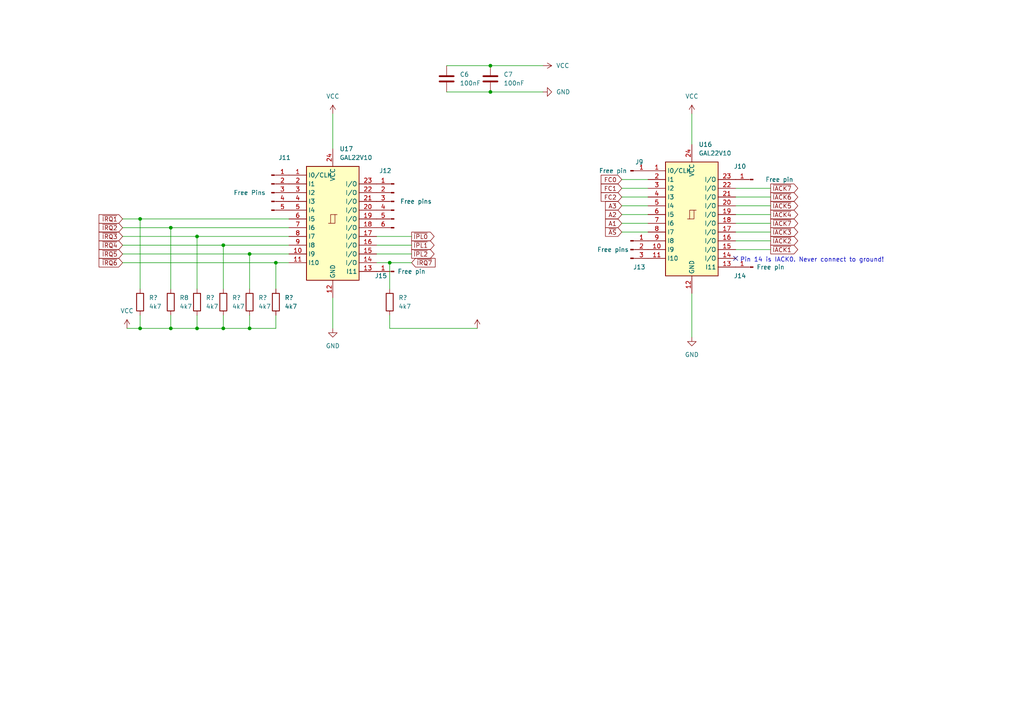
<source format=kicad_sch>
(kicad_sch (version 20230121) (generator eeschema)

  (uuid e7a1b4b0-e742-440c-b154-88470b03cc19)

  (paper "A4")

  (title_block
    (title "Mats Brorson 68010 SBC IACK and IRQ")
    (date "2023-12-28")
    (rev "1.0-alpha")
  )

  (lib_symbols
    (symbol "Connector:Conn_01x01_Pin" (pin_names (offset 1.016) hide) (in_bom yes) (on_board yes)
      (property "Reference" "J" (at 0 2.54 0)
        (effects (font (size 1.27 1.27)))
      )
      (property "Value" "Conn_01x01_Pin" (at 0 -2.54 0)
        (effects (font (size 1.27 1.27)))
      )
      (property "Footprint" "" (at 0 0 0)
        (effects (font (size 1.27 1.27)) hide)
      )
      (property "Datasheet" "~" (at 0 0 0)
        (effects (font (size 1.27 1.27)) hide)
      )
      (property "ki_locked" "" (at 0 0 0)
        (effects (font (size 1.27 1.27)))
      )
      (property "ki_keywords" "connector" (at 0 0 0)
        (effects (font (size 1.27 1.27)) hide)
      )
      (property "ki_description" "Generic connector, single row, 01x01, script generated" (at 0 0 0)
        (effects (font (size 1.27 1.27)) hide)
      )
      (property "ki_fp_filters" "Connector*:*_1x??_*" (at 0 0 0)
        (effects (font (size 1.27 1.27)) hide)
      )
      (symbol "Conn_01x01_Pin_1_1"
        (polyline
          (pts
            (xy 1.27 0)
            (xy 0.8636 0)
          )
          (stroke (width 0.1524) (type default))
          (fill (type none))
        )
        (rectangle (start 0.8636 0.127) (end 0 -0.127)
          (stroke (width 0.1524) (type default))
          (fill (type outline))
        )
        (pin passive line (at 5.08 0 180) (length 3.81)
          (name "Pin_1" (effects (font (size 1.27 1.27))))
          (number "1" (effects (font (size 1.27 1.27))))
        )
      )
    )
    (symbol "Connector:Conn_01x03_Pin" (pin_names (offset 1.016) hide) (in_bom yes) (on_board yes)
      (property "Reference" "J" (at 0 5.08 0)
        (effects (font (size 1.27 1.27)))
      )
      (property "Value" "Conn_01x03_Pin" (at 0 -5.08 0)
        (effects (font (size 1.27 1.27)))
      )
      (property "Footprint" "" (at 0 0 0)
        (effects (font (size 1.27 1.27)) hide)
      )
      (property "Datasheet" "~" (at 0 0 0)
        (effects (font (size 1.27 1.27)) hide)
      )
      (property "ki_locked" "" (at 0 0 0)
        (effects (font (size 1.27 1.27)))
      )
      (property "ki_keywords" "connector" (at 0 0 0)
        (effects (font (size 1.27 1.27)) hide)
      )
      (property "ki_description" "Generic connector, single row, 01x03, script generated" (at 0 0 0)
        (effects (font (size 1.27 1.27)) hide)
      )
      (property "ki_fp_filters" "Connector*:*_1x??_*" (at 0 0 0)
        (effects (font (size 1.27 1.27)) hide)
      )
      (symbol "Conn_01x03_Pin_1_1"
        (polyline
          (pts
            (xy 1.27 -2.54)
            (xy 0.8636 -2.54)
          )
          (stroke (width 0.1524) (type default))
          (fill (type none))
        )
        (polyline
          (pts
            (xy 1.27 0)
            (xy 0.8636 0)
          )
          (stroke (width 0.1524) (type default))
          (fill (type none))
        )
        (polyline
          (pts
            (xy 1.27 2.54)
            (xy 0.8636 2.54)
          )
          (stroke (width 0.1524) (type default))
          (fill (type none))
        )
        (rectangle (start 0.8636 -2.413) (end 0 -2.667)
          (stroke (width 0.1524) (type default))
          (fill (type outline))
        )
        (rectangle (start 0.8636 0.127) (end 0 -0.127)
          (stroke (width 0.1524) (type default))
          (fill (type outline))
        )
        (rectangle (start 0.8636 2.667) (end 0 2.413)
          (stroke (width 0.1524) (type default))
          (fill (type outline))
        )
        (pin passive line (at 5.08 2.54 180) (length 3.81)
          (name "Pin_1" (effects (font (size 1.27 1.27))))
          (number "1" (effects (font (size 1.27 1.27))))
        )
        (pin passive line (at 5.08 0 180) (length 3.81)
          (name "Pin_2" (effects (font (size 1.27 1.27))))
          (number "2" (effects (font (size 1.27 1.27))))
        )
        (pin passive line (at 5.08 -2.54 180) (length 3.81)
          (name "Pin_3" (effects (font (size 1.27 1.27))))
          (number "3" (effects (font (size 1.27 1.27))))
        )
      )
    )
    (symbol "Connector:Conn_01x05_Pin" (pin_names (offset 1.016) hide) (in_bom yes) (on_board yes)
      (property "Reference" "J" (at 0 7.62 0)
        (effects (font (size 1.27 1.27)))
      )
      (property "Value" "Conn_01x05_Pin" (at 0 -7.62 0)
        (effects (font (size 1.27 1.27)))
      )
      (property "Footprint" "" (at 0 0 0)
        (effects (font (size 1.27 1.27)) hide)
      )
      (property "Datasheet" "~" (at 0 0 0)
        (effects (font (size 1.27 1.27)) hide)
      )
      (property "ki_locked" "" (at 0 0 0)
        (effects (font (size 1.27 1.27)))
      )
      (property "ki_keywords" "connector" (at 0 0 0)
        (effects (font (size 1.27 1.27)) hide)
      )
      (property "ki_description" "Generic connector, single row, 01x05, script generated" (at 0 0 0)
        (effects (font (size 1.27 1.27)) hide)
      )
      (property "ki_fp_filters" "Connector*:*_1x??_*" (at 0 0 0)
        (effects (font (size 1.27 1.27)) hide)
      )
      (symbol "Conn_01x05_Pin_1_1"
        (polyline
          (pts
            (xy 1.27 -5.08)
            (xy 0.8636 -5.08)
          )
          (stroke (width 0.1524) (type default))
          (fill (type none))
        )
        (polyline
          (pts
            (xy 1.27 -2.54)
            (xy 0.8636 -2.54)
          )
          (stroke (width 0.1524) (type default))
          (fill (type none))
        )
        (polyline
          (pts
            (xy 1.27 0)
            (xy 0.8636 0)
          )
          (stroke (width 0.1524) (type default))
          (fill (type none))
        )
        (polyline
          (pts
            (xy 1.27 2.54)
            (xy 0.8636 2.54)
          )
          (stroke (width 0.1524) (type default))
          (fill (type none))
        )
        (polyline
          (pts
            (xy 1.27 5.08)
            (xy 0.8636 5.08)
          )
          (stroke (width 0.1524) (type default))
          (fill (type none))
        )
        (rectangle (start 0.8636 -4.953) (end 0 -5.207)
          (stroke (width 0.1524) (type default))
          (fill (type outline))
        )
        (rectangle (start 0.8636 -2.413) (end 0 -2.667)
          (stroke (width 0.1524) (type default))
          (fill (type outline))
        )
        (rectangle (start 0.8636 0.127) (end 0 -0.127)
          (stroke (width 0.1524) (type default))
          (fill (type outline))
        )
        (rectangle (start 0.8636 2.667) (end 0 2.413)
          (stroke (width 0.1524) (type default))
          (fill (type outline))
        )
        (rectangle (start 0.8636 5.207) (end 0 4.953)
          (stroke (width 0.1524) (type default))
          (fill (type outline))
        )
        (pin passive line (at 5.08 5.08 180) (length 3.81)
          (name "Pin_1" (effects (font (size 1.27 1.27))))
          (number "1" (effects (font (size 1.27 1.27))))
        )
        (pin passive line (at 5.08 2.54 180) (length 3.81)
          (name "Pin_2" (effects (font (size 1.27 1.27))))
          (number "2" (effects (font (size 1.27 1.27))))
        )
        (pin passive line (at 5.08 0 180) (length 3.81)
          (name "Pin_3" (effects (font (size 1.27 1.27))))
          (number "3" (effects (font (size 1.27 1.27))))
        )
        (pin passive line (at 5.08 -2.54 180) (length 3.81)
          (name "Pin_4" (effects (font (size 1.27 1.27))))
          (number "4" (effects (font (size 1.27 1.27))))
        )
        (pin passive line (at 5.08 -5.08 180) (length 3.81)
          (name "Pin_5" (effects (font (size 1.27 1.27))))
          (number "5" (effects (font (size 1.27 1.27))))
        )
      )
    )
    (symbol "Connector:Conn_01x06_Pin" (pin_names (offset 1.016) hide) (in_bom yes) (on_board yes)
      (property "Reference" "J" (at 0 7.62 0)
        (effects (font (size 1.27 1.27)))
      )
      (property "Value" "Conn_01x06_Pin" (at 0 -10.16 0)
        (effects (font (size 1.27 1.27)))
      )
      (property "Footprint" "" (at 0 0 0)
        (effects (font (size 1.27 1.27)) hide)
      )
      (property "Datasheet" "~" (at 0 0 0)
        (effects (font (size 1.27 1.27)) hide)
      )
      (property "ki_locked" "" (at 0 0 0)
        (effects (font (size 1.27 1.27)))
      )
      (property "ki_keywords" "connector" (at 0 0 0)
        (effects (font (size 1.27 1.27)) hide)
      )
      (property "ki_description" "Generic connector, single row, 01x06, script generated" (at 0 0 0)
        (effects (font (size 1.27 1.27)) hide)
      )
      (property "ki_fp_filters" "Connector*:*_1x??_*" (at 0 0 0)
        (effects (font (size 1.27 1.27)) hide)
      )
      (symbol "Conn_01x06_Pin_1_1"
        (polyline
          (pts
            (xy 1.27 -7.62)
            (xy 0.8636 -7.62)
          )
          (stroke (width 0.1524) (type default))
          (fill (type none))
        )
        (polyline
          (pts
            (xy 1.27 -5.08)
            (xy 0.8636 -5.08)
          )
          (stroke (width 0.1524) (type default))
          (fill (type none))
        )
        (polyline
          (pts
            (xy 1.27 -2.54)
            (xy 0.8636 -2.54)
          )
          (stroke (width 0.1524) (type default))
          (fill (type none))
        )
        (polyline
          (pts
            (xy 1.27 0)
            (xy 0.8636 0)
          )
          (stroke (width 0.1524) (type default))
          (fill (type none))
        )
        (polyline
          (pts
            (xy 1.27 2.54)
            (xy 0.8636 2.54)
          )
          (stroke (width 0.1524) (type default))
          (fill (type none))
        )
        (polyline
          (pts
            (xy 1.27 5.08)
            (xy 0.8636 5.08)
          )
          (stroke (width 0.1524) (type default))
          (fill (type none))
        )
        (rectangle (start 0.8636 -7.493) (end 0 -7.747)
          (stroke (width 0.1524) (type default))
          (fill (type outline))
        )
        (rectangle (start 0.8636 -4.953) (end 0 -5.207)
          (stroke (width 0.1524) (type default))
          (fill (type outline))
        )
        (rectangle (start 0.8636 -2.413) (end 0 -2.667)
          (stroke (width 0.1524) (type default))
          (fill (type outline))
        )
        (rectangle (start 0.8636 0.127) (end 0 -0.127)
          (stroke (width 0.1524) (type default))
          (fill (type outline))
        )
        (rectangle (start 0.8636 2.667) (end 0 2.413)
          (stroke (width 0.1524) (type default))
          (fill (type outline))
        )
        (rectangle (start 0.8636 5.207) (end 0 4.953)
          (stroke (width 0.1524) (type default))
          (fill (type outline))
        )
        (pin passive line (at 5.08 5.08 180) (length 3.81)
          (name "Pin_1" (effects (font (size 1.27 1.27))))
          (number "1" (effects (font (size 1.27 1.27))))
        )
        (pin passive line (at 5.08 2.54 180) (length 3.81)
          (name "Pin_2" (effects (font (size 1.27 1.27))))
          (number "2" (effects (font (size 1.27 1.27))))
        )
        (pin passive line (at 5.08 0 180) (length 3.81)
          (name "Pin_3" (effects (font (size 1.27 1.27))))
          (number "3" (effects (font (size 1.27 1.27))))
        )
        (pin passive line (at 5.08 -2.54 180) (length 3.81)
          (name "Pin_4" (effects (font (size 1.27 1.27))))
          (number "4" (effects (font (size 1.27 1.27))))
        )
        (pin passive line (at 5.08 -5.08 180) (length 3.81)
          (name "Pin_5" (effects (font (size 1.27 1.27))))
          (number "5" (effects (font (size 1.27 1.27))))
        )
        (pin passive line (at 5.08 -7.62 180) (length 3.81)
          (name "Pin_6" (effects (font (size 1.27 1.27))))
          (number "6" (effects (font (size 1.27 1.27))))
        )
      )
    )
    (symbol "Device:C" (pin_numbers hide) (pin_names (offset 0.254)) (in_bom yes) (on_board yes)
      (property "Reference" "C" (at 0.635 2.54 0)
        (effects (font (size 1.27 1.27)) (justify left))
      )
      (property "Value" "C" (at 0.635 -2.54 0)
        (effects (font (size 1.27 1.27)) (justify left))
      )
      (property "Footprint" "" (at 0.9652 -3.81 0)
        (effects (font (size 1.27 1.27)) hide)
      )
      (property "Datasheet" "~" (at 0 0 0)
        (effects (font (size 1.27 1.27)) hide)
      )
      (property "ki_keywords" "cap capacitor" (at 0 0 0)
        (effects (font (size 1.27 1.27)) hide)
      )
      (property "ki_description" "Unpolarized capacitor" (at 0 0 0)
        (effects (font (size 1.27 1.27)) hide)
      )
      (property "ki_fp_filters" "C_*" (at 0 0 0)
        (effects (font (size 1.27 1.27)) hide)
      )
      (symbol "C_0_1"
        (polyline
          (pts
            (xy -2.032 -0.762)
            (xy 2.032 -0.762)
          )
          (stroke (width 0.508) (type default))
          (fill (type none))
        )
        (polyline
          (pts
            (xy -2.032 0.762)
            (xy 2.032 0.762)
          )
          (stroke (width 0.508) (type default))
          (fill (type none))
        )
      )
      (symbol "C_1_1"
        (pin passive line (at 0 3.81 270) (length 2.794)
          (name "~" (effects (font (size 1.27 1.27))))
          (number "1" (effects (font (size 1.27 1.27))))
        )
        (pin passive line (at 0 -3.81 90) (length 2.794)
          (name "~" (effects (font (size 1.27 1.27))))
          (number "2" (effects (font (size 1.27 1.27))))
        )
      )
    )
    (symbol "Device:R" (pin_numbers hide) (pin_names (offset 0)) (in_bom yes) (on_board yes)
      (property "Reference" "R" (at 2.032 0 90)
        (effects (font (size 1.27 1.27)))
      )
      (property "Value" "R" (at 0 0 90)
        (effects (font (size 1.27 1.27)))
      )
      (property "Footprint" "" (at -1.778 0 90)
        (effects (font (size 1.27 1.27)) hide)
      )
      (property "Datasheet" "~" (at 0 0 0)
        (effects (font (size 1.27 1.27)) hide)
      )
      (property "ki_keywords" "R res resistor" (at 0 0 0)
        (effects (font (size 1.27 1.27)) hide)
      )
      (property "ki_description" "Resistor" (at 0 0 0)
        (effects (font (size 1.27 1.27)) hide)
      )
      (property "ki_fp_filters" "R_*" (at 0 0 0)
        (effects (font (size 1.27 1.27)) hide)
      )
      (symbol "R_0_1"
        (rectangle (start -1.016 -2.54) (end 1.016 2.54)
          (stroke (width 0.254) (type default))
          (fill (type none))
        )
      )
      (symbol "R_1_1"
        (pin passive line (at 0 3.81 270) (length 1.27)
          (name "~" (effects (font (size 1.27 1.27))))
          (number "1" (effects (font (size 1.27 1.27))))
        )
        (pin passive line (at 0 -3.81 90) (length 1.27)
          (name "~" (effects (font (size 1.27 1.27))))
          (number "2" (effects (font (size 1.27 1.27))))
        )
      )
    )
    (symbol "GAL22V10_1" (in_bom yes) (on_board yes)
      (property "Reference" "U" (at -27.94 0 0)
        (effects (font (size 1.27 1.27)))
      )
      (property "Value" "GAL22V10" (at 0 0 0)
        (effects (font (size 1.27 1.27)))
      )
      (property "Footprint" "" (at -27.94 -2.54 0)
        (effects (font (size 1.27 1.27)) hide)
      )
      (property "Datasheet" "" (at -27.94 -2.54 0)
        (effects (font (size 1.27 1.27)) hide)
      )
      (symbol "GAL22V10_1_1_0"
        (polyline
          (pts
            (xy -0.635 -1.27)
            (xy -0.635 1.27)
            (xy 0.635 1.27)
          )
          (stroke (width 0) (type default))
          (fill (type none))
        )
        (polyline
          (pts
            (xy -1.27 -1.27)
            (xy 0.635 -1.27)
            (xy 0.635 1.27)
            (xy 1.27 1.27)
          )
          (stroke (width 0) (type default))
          (fill (type none))
        )
        (pin input line (at -12.7 12.7 0) (length 5.08)
          (name "I0/CLK" (effects (font (size 1.27 1.27))))
          (number "1" (effects (font (size 1.27 1.27))))
        )
        (pin input line (at -12.7 -10.16 0) (length 5.08)
          (name "I9" (effects (font (size 1.27 1.27))))
          (number "10" (effects (font (size 1.27 1.27))))
        )
        (pin input line (at -12.7 -12.7 0) (length 5.08)
          (name "I10" (effects (font (size 1.27 1.27))))
          (number "11" (effects (font (size 1.27 1.27))))
        )
        (pin power_in line (at 0 -22.86 90) (length 5.08)
          (name "GND" (effects (font (size 1.27 1.27))))
          (number "12" (effects (font (size 1.27 1.27))))
        )
        (pin input line (at 12.7 -15.24 180) (length 5.08)
          (name "I11" (effects (font (size 1.27 1.27))))
          (number "13" (effects (font (size 1.27 1.27))))
        )
        (pin bidirectional line (at 12.7 -12.7 180) (length 5.08)
          (name "I/O" (effects (font (size 1.27 1.27))))
          (number "14" (effects (font (size 1.27 1.27))))
        )
        (pin bidirectional line (at 12.7 -10.16 180) (length 5.08)
          (name "I/O" (effects (font (size 1.27 1.27))))
          (number "15" (effects (font (size 1.27 1.27))))
        )
        (pin bidirectional line (at 12.7 -7.62 180) (length 5.08)
          (name "I/O" (effects (font (size 1.27 1.27))))
          (number "16" (effects (font (size 1.27 1.27))))
        )
        (pin bidirectional line (at 12.7 -5.08 180) (length 5.08)
          (name "I/O" (effects (font (size 1.27 1.27))))
          (number "17" (effects (font (size 1.27 1.27))))
        )
        (pin bidirectional line (at 12.7 -2.54 180) (length 5.08)
          (name "I/O" (effects (font (size 1.27 1.27))))
          (number "18" (effects (font (size 1.27 1.27))))
        )
        (pin bidirectional line (at 12.7 0 180) (length 5.08)
          (name "I/O" (effects (font (size 1.27 1.27))))
          (number "19" (effects (font (size 1.27 1.27))))
        )
        (pin input line (at -12.7 10.16 0) (length 5.08)
          (name "I1" (effects (font (size 1.27 1.27))))
          (number "2" (effects (font (size 1.27 1.27))))
        )
        (pin bidirectional line (at 12.7 2.54 180) (length 5.08)
          (name "I/O" (effects (font (size 1.27 1.27))))
          (number "20" (effects (font (size 1.27 1.27))))
        )
        (pin bidirectional line (at 12.7 5.08 180) (length 5.08)
          (name "I/O" (effects (font (size 1.27 1.27))))
          (number "21" (effects (font (size 1.27 1.27))))
        )
        (pin bidirectional line (at 12.7 7.62 180) (length 5.08)
          (name "I/O" (effects (font (size 1.27 1.27))))
          (number "22" (effects (font (size 1.27 1.27))))
        )
        (pin bidirectional line (at 12.7 10.16 180) (length 5.08)
          (name "I/O" (effects (font (size 1.27 1.27))))
          (number "23" (effects (font (size 1.27 1.27))))
        )
        (pin power_in line (at 0 20.32 270) (length 5.08)
          (name "VCC" (effects (font (size 1.27 1.27))))
          (number "24" (effects (font (size 1.27 1.27))))
        )
        (pin input line (at -12.7 7.62 0) (length 5.08)
          (name "I2" (effects (font (size 1.27 1.27))))
          (number "3" (effects (font (size 1.27 1.27))))
        )
        (pin input line (at -12.7 5.08 0) (length 5.08)
          (name "I3" (effects (font (size 1.27 1.27))))
          (number "4" (effects (font (size 1.27 1.27))))
        )
        (pin input line (at -12.7 2.54 0) (length 5.08)
          (name "I4" (effects (font (size 1.27 1.27))))
          (number "5" (effects (font (size 1.27 1.27))))
        )
        (pin input line (at -12.7 0 0) (length 5.08)
          (name "I5" (effects (font (size 1.27 1.27))))
          (number "6" (effects (font (size 1.27 1.27))))
        )
        (pin input line (at -12.7 -2.54 0) (length 5.08)
          (name "I6" (effects (font (size 1.27 1.27))))
          (number "7" (effects (font (size 1.27 1.27))))
        )
        (pin input line (at -12.7 -5.08 0) (length 5.08)
          (name "I7" (effects (font (size 1.27 1.27))))
          (number "8" (effects (font (size 1.27 1.27))))
        )
        (pin input line (at -12.7 -7.62 0) (length 5.08)
          (name "I8" (effects (font (size 1.27 1.27))))
          (number "9" (effects (font (size 1.27 1.27))))
        )
      )
      (symbol "GAL22V10_1_1_1"
        (rectangle (start -7.62 15.24) (end 7.62 -17.78)
          (stroke (width 0.254) (type default))
          (fill (type background))
        )
      )
    )
    (symbol "Lattice_GAL_sym:GAL22V10" (in_bom yes) (on_board yes)
      (property "Reference" "U" (at -27.94 0 0)
        (effects (font (size 1.27 1.27)))
      )
      (property "Value" "GAL22V10" (at 0 0 0)
        (effects (font (size 1.27 1.27)))
      )
      (property "Footprint" "" (at -27.94 -2.54 0)
        (effects (font (size 1.27 1.27)) hide)
      )
      (property "Datasheet" "" (at -27.94 -2.54 0)
        (effects (font (size 1.27 1.27)) hide)
      )
      (symbol "GAL22V10_1_0"
        (polyline
          (pts
            (xy -0.635 -1.27)
            (xy -0.635 1.27)
            (xy 0.635 1.27)
          )
          (stroke (width 0) (type default))
          (fill (type none))
        )
        (polyline
          (pts
            (xy -1.27 -1.27)
            (xy 0.635 -1.27)
            (xy 0.635 1.27)
            (xy 1.27 1.27)
          )
          (stroke (width 0) (type default))
          (fill (type none))
        )
        (pin input line (at -12.7 12.7 0) (length 5.08)
          (name "I0/CLK" (effects (font (size 1.27 1.27))))
          (number "1" (effects (font (size 1.27 1.27))))
        )
        (pin input line (at -12.7 -10.16 0) (length 5.08)
          (name "I9" (effects (font (size 1.27 1.27))))
          (number "10" (effects (font (size 1.27 1.27))))
        )
        (pin input line (at -12.7 -12.7 0) (length 5.08)
          (name "I10" (effects (font (size 1.27 1.27))))
          (number "11" (effects (font (size 1.27 1.27))))
        )
        (pin power_in line (at 0 -22.86 90) (length 5.08)
          (name "GND" (effects (font (size 1.27 1.27))))
          (number "12" (effects (font (size 1.27 1.27))))
        )
        (pin input line (at 12.7 -15.24 180) (length 5.08)
          (name "I11" (effects (font (size 1.27 1.27))))
          (number "13" (effects (font (size 1.27 1.27))))
        )
        (pin bidirectional line (at 12.7 -12.7 180) (length 5.08)
          (name "I/O" (effects (font (size 1.27 1.27))))
          (number "14" (effects (font (size 1.27 1.27))))
        )
        (pin bidirectional line (at 12.7 -10.16 180) (length 5.08)
          (name "I/O" (effects (font (size 1.27 1.27))))
          (number "15" (effects (font (size 1.27 1.27))))
        )
        (pin bidirectional line (at 12.7 -7.62 180) (length 5.08)
          (name "I/O" (effects (font (size 1.27 1.27))))
          (number "16" (effects (font (size 1.27 1.27))))
        )
        (pin bidirectional line (at 12.7 -5.08 180) (length 5.08)
          (name "I/O" (effects (font (size 1.27 1.27))))
          (number "17" (effects (font (size 1.27 1.27))))
        )
        (pin bidirectional line (at 12.7 -2.54 180) (length 5.08)
          (name "I/O" (effects (font (size 1.27 1.27))))
          (number "18" (effects (font (size 1.27 1.27))))
        )
        (pin bidirectional line (at 12.7 0 180) (length 5.08)
          (name "I/O" (effects (font (size 1.27 1.27))))
          (number "19" (effects (font (size 1.27 1.27))))
        )
        (pin input line (at -12.7 10.16 0) (length 5.08)
          (name "I1" (effects (font (size 1.27 1.27))))
          (number "2" (effects (font (size 1.27 1.27))))
        )
        (pin bidirectional line (at 12.7 2.54 180) (length 5.08)
          (name "I/O" (effects (font (size 1.27 1.27))))
          (number "20" (effects (font (size 1.27 1.27))))
        )
        (pin bidirectional line (at 12.7 5.08 180) (length 5.08)
          (name "I/O" (effects (font (size 1.27 1.27))))
          (number "21" (effects (font (size 1.27 1.27))))
        )
        (pin bidirectional line (at 12.7 7.62 180) (length 5.08)
          (name "I/O" (effects (font (size 1.27 1.27))))
          (number "22" (effects (font (size 1.27 1.27))))
        )
        (pin bidirectional line (at 12.7 10.16 180) (length 5.08)
          (name "I/O" (effects (font (size 1.27 1.27))))
          (number "23" (effects (font (size 1.27 1.27))))
        )
        (pin power_in line (at 0 20.32 270) (length 5.08)
          (name "VCC" (effects (font (size 1.27 1.27))))
          (number "24" (effects (font (size 1.27 1.27))))
        )
        (pin input line (at -12.7 7.62 0) (length 5.08)
          (name "I2" (effects (font (size 1.27 1.27))))
          (number "3" (effects (font (size 1.27 1.27))))
        )
        (pin input line (at -12.7 5.08 0) (length 5.08)
          (name "I3" (effects (font (size 1.27 1.27))))
          (number "4" (effects (font (size 1.27 1.27))))
        )
        (pin input line (at -12.7 2.54 0) (length 5.08)
          (name "I4" (effects (font (size 1.27 1.27))))
          (number "5" (effects (font (size 1.27 1.27))))
        )
        (pin input line (at -12.7 0 0) (length 5.08)
          (name "I5" (effects (font (size 1.27 1.27))))
          (number "6" (effects (font (size 1.27 1.27))))
        )
        (pin input line (at -12.7 -2.54 0) (length 5.08)
          (name "I6" (effects (font (size 1.27 1.27))))
          (number "7" (effects (font (size 1.27 1.27))))
        )
        (pin input line (at -12.7 -5.08 0) (length 5.08)
          (name "I7" (effects (font (size 1.27 1.27))))
          (number "8" (effects (font (size 1.27 1.27))))
        )
        (pin input line (at -12.7 -7.62 0) (length 5.08)
          (name "I8" (effects (font (size 1.27 1.27))))
          (number "9" (effects (font (size 1.27 1.27))))
        )
      )
      (symbol "GAL22V10_1_1"
        (rectangle (start -7.62 15.24) (end 7.62 -17.78)
          (stroke (width 0.254) (type default))
          (fill (type background))
        )
      )
    )
    (symbol "power:GND" (power) (pin_names (offset 0)) (in_bom yes) (on_board yes)
      (property "Reference" "#PWR" (at 0 -6.35 0)
        (effects (font (size 1.27 1.27)) hide)
      )
      (property "Value" "GND" (at 0 -3.81 0)
        (effects (font (size 1.27 1.27)))
      )
      (property "Footprint" "" (at 0 0 0)
        (effects (font (size 1.27 1.27)) hide)
      )
      (property "Datasheet" "" (at 0 0 0)
        (effects (font (size 1.27 1.27)) hide)
      )
      (property "ki_keywords" "global power" (at 0 0 0)
        (effects (font (size 1.27 1.27)) hide)
      )
      (property "ki_description" "Power symbol creates a global label with name \"GND\" , ground" (at 0 0 0)
        (effects (font (size 1.27 1.27)) hide)
      )
      (symbol "GND_0_1"
        (polyline
          (pts
            (xy 0 0)
            (xy 0 -1.27)
            (xy 1.27 -1.27)
            (xy 0 -2.54)
            (xy -1.27 -1.27)
            (xy 0 -1.27)
          )
          (stroke (width 0) (type default))
          (fill (type none))
        )
      )
      (symbol "GND_1_1"
        (pin power_in line (at 0 0 270) (length 0) hide
          (name "GND" (effects (font (size 1.27 1.27))))
          (number "1" (effects (font (size 1.27 1.27))))
        )
      )
    )
    (symbol "power:VCC" (power) (pin_names (offset 0)) (in_bom yes) (on_board yes)
      (property "Reference" "#PWR" (at 0 -3.81 0)
        (effects (font (size 1.27 1.27)) hide)
      )
      (property "Value" "VCC" (at 0 3.81 0)
        (effects (font (size 1.27 1.27)))
      )
      (property "Footprint" "" (at 0 0 0)
        (effects (font (size 1.27 1.27)) hide)
      )
      (property "Datasheet" "" (at 0 0 0)
        (effects (font (size 1.27 1.27)) hide)
      )
      (property "ki_keywords" "global power" (at 0 0 0)
        (effects (font (size 1.27 1.27)) hide)
      )
      (property "ki_description" "Power symbol creates a global label with name \"VCC\"" (at 0 0 0)
        (effects (font (size 1.27 1.27)) hide)
      )
      (symbol "VCC_0_1"
        (polyline
          (pts
            (xy -0.762 1.27)
            (xy 0 2.54)
          )
          (stroke (width 0) (type default))
          (fill (type none))
        )
        (polyline
          (pts
            (xy 0 0)
            (xy 0 2.54)
          )
          (stroke (width 0) (type default))
          (fill (type none))
        )
        (polyline
          (pts
            (xy 0 2.54)
            (xy 0.762 1.27)
          )
          (stroke (width 0) (type default))
          (fill (type none))
        )
      )
      (symbol "VCC_1_1"
        (pin power_in line (at 0 0 90) (length 0) hide
          (name "VCC" (effects (font (size 1.27 1.27))))
          (number "1" (effects (font (size 1.27 1.27))))
        )
      )
    )
  )

  (junction (at 72.39 95.25) (diameter 0) (color 0 0 0 0)
    (uuid 0940a324-08c8-430b-9b89-e8088172b47f)
  )
  (junction (at 49.53 66.04) (diameter 0) (color 0 0 0 0)
    (uuid 1ef2e543-8112-4631-b684-ea819aa9f1e3)
  )
  (junction (at 142.24 26.67) (diameter 0) (color 0 0 0 0)
    (uuid 222129b8-34ae-462e-9e94-e0f6d8e09cf4)
  )
  (junction (at 142.24 19.05) (diameter 0) (color 0 0 0 0)
    (uuid 38fa77a3-815c-4d01-9fe5-6d6d45b95b2c)
  )
  (junction (at 64.77 95.25) (diameter 0) (color 0 0 0 0)
    (uuid 5a32cedc-3c6f-4b04-bd05-c1fbae8ba90e)
  )
  (junction (at 72.39 73.66) (diameter 0) (color 0 0 0 0)
    (uuid 8203a676-5ca3-4d8f-b795-41c8763f09d8)
  )
  (junction (at 80.01 76.2) (diameter 0) (color 0 0 0 0)
    (uuid 8448f0c5-05aa-4fa9-bfa9-883be9e11aef)
  )
  (junction (at 57.15 95.25) (diameter 0) (color 0 0 0 0)
    (uuid 870108b6-2912-4b80-8bb7-d071752e13ae)
  )
  (junction (at 40.64 95.25) (diameter 0) (color 0 0 0 0)
    (uuid 95ebbca2-7402-4bce-b6aa-b4ed656fd053)
  )
  (junction (at 40.64 63.5) (diameter 0) (color 0 0 0 0)
    (uuid c37f5434-fba0-4a7e-b9f8-fc78cef2be88)
  )
  (junction (at 57.15 68.58) (diameter 0) (color 0 0 0 0)
    (uuid cdd5f52a-794d-4849-a897-f656cf7a58e6)
  )
  (junction (at 64.77 71.12) (diameter 0) (color 0 0 0 0)
    (uuid d9898e3a-afd9-4635-a9d5-10b57f45b962)
  )
  (junction (at 113.03 76.2) (diameter 0) (color 0 0 0 0)
    (uuid f7321ccf-2d7b-472c-a935-f57777a4773d)
  )
  (junction (at 49.53 95.25) (diameter 0) (color 0 0 0 0)
    (uuid fbd32c4b-f100-43c6-be19-f8c3562c283b)
  )

  (no_connect (at 213.36 74.93) (uuid 17d03a0a-3b59-4394-b426-3d89f8363354))

  (wire (pts (xy 35.56 71.12) (xy 64.77 71.12))
    (stroke (width 0) (type default))
    (uuid 0184b072-c4db-46da-8838-88e1fecb1b2a)
  )
  (wire (pts (xy 57.15 68.58) (xy 83.82 68.58))
    (stroke (width 0) (type default))
    (uuid 026e2cbb-7043-4840-95a4-6695f5e05d32)
  )
  (wire (pts (xy 142.24 19.05) (xy 157.48 19.05))
    (stroke (width 0) (type default))
    (uuid 04381246-dabe-4cde-821f-4c0402edf181)
  )
  (wire (pts (xy 113.03 95.25) (xy 138.43 95.25))
    (stroke (width 0) (type default))
    (uuid 0fde8d17-baf6-4295-800d-a94ce065b23e)
  )
  (wire (pts (xy 57.15 95.25) (xy 64.77 95.25))
    (stroke (width 0) (type default))
    (uuid 13484759-976b-4e91-acbf-39f682f42579)
  )
  (wire (pts (xy 35.56 63.5) (xy 40.64 63.5))
    (stroke (width 0) (type default))
    (uuid 16f39e68-6254-4ed8-9b27-c2862e0d0a01)
  )
  (wire (pts (xy 80.01 91.44) (xy 80.01 95.25))
    (stroke (width 0) (type default))
    (uuid 1a796c37-04c3-4fa0-aab1-04c36f6e868e)
  )
  (wire (pts (xy 49.53 91.44) (xy 49.53 95.25))
    (stroke (width 0) (type default))
    (uuid 1e1826bf-f60b-4229-911d-9fd5bc3ccff9)
  )
  (wire (pts (xy 180.34 57.15) (xy 187.96 57.15))
    (stroke (width 0) (type default))
    (uuid 1e1ede9c-296a-4c96-b135-e88eb2eae4e2)
  )
  (wire (pts (xy 213.36 54.61) (xy 223.52 54.61))
    (stroke (width 0) (type default))
    (uuid 2a04002e-53f7-47ad-9565-0a31345f89e3)
  )
  (wire (pts (xy 64.77 71.12) (xy 83.82 71.12))
    (stroke (width 0) (type default))
    (uuid 2caa1691-5278-4942-a2e0-4994e789b868)
  )
  (wire (pts (xy 213.36 69.85) (xy 223.52 69.85))
    (stroke (width 0) (type default))
    (uuid 2cff4a04-7a9b-408d-a15a-ab3c82fda0f5)
  )
  (wire (pts (xy 109.22 68.58) (xy 119.38 68.58))
    (stroke (width 0) (type default))
    (uuid 2f3ac6e2-3390-4e91-85c9-39e7eceac9d9)
  )
  (wire (pts (xy 142.24 26.67) (xy 157.48 26.67))
    (stroke (width 0) (type default))
    (uuid 3aa18bf3-11f4-40b2-aa42-68567cc35cff)
  )
  (wire (pts (xy 200.66 33.02) (xy 200.66 41.91))
    (stroke (width 0) (type default))
    (uuid 3c50cacf-45bd-4f59-bead-4467e96318ba)
  )
  (wire (pts (xy 40.64 63.5) (xy 83.82 63.5))
    (stroke (width 0) (type default))
    (uuid 3fff3d42-4628-4253-bf2a-966b7357229c)
  )
  (wire (pts (xy 49.53 66.04) (xy 49.53 83.82))
    (stroke (width 0) (type default))
    (uuid 44947ee7-2223-4d95-8835-ee9f560e180d)
  )
  (wire (pts (xy 80.01 76.2) (xy 83.82 76.2))
    (stroke (width 0) (type default))
    (uuid 45216369-9174-4e9f-88c0-4f6575e6106a)
  )
  (wire (pts (xy 96.52 33.02) (xy 96.52 43.18))
    (stroke (width 0) (type default))
    (uuid 5614aefb-6938-498c-ab7c-c5cfa530e8e9)
  )
  (wire (pts (xy 49.53 95.25) (xy 57.15 95.25))
    (stroke (width 0) (type default))
    (uuid 588441e7-7621-4277-8676-329b50ff00de)
  )
  (wire (pts (xy 213.36 72.39) (xy 223.52 72.39))
    (stroke (width 0) (type default))
    (uuid 5ad672a1-2471-487e-8139-68ab9ccc21a8)
  )
  (wire (pts (xy 49.53 66.04) (xy 83.82 66.04))
    (stroke (width 0) (type default))
    (uuid 6bc93039-db15-4c69-bdc9-9c38499c6697)
  )
  (wire (pts (xy 64.77 71.12) (xy 64.77 83.82))
    (stroke (width 0) (type default))
    (uuid 6d11a661-e1f7-4f2f-99eb-4cb47b4ccbc5)
  )
  (wire (pts (xy 180.34 52.07) (xy 187.96 52.07))
    (stroke (width 0) (type default))
    (uuid 6d37b094-561c-4ba3-9e30-0fde1b411735)
  )
  (wire (pts (xy 180.34 59.69) (xy 187.96 59.69))
    (stroke (width 0) (type default))
    (uuid 756c0fc1-c25b-41c5-8e16-ff4ebbfe1953)
  )
  (wire (pts (xy 64.77 91.44) (xy 64.77 95.25))
    (stroke (width 0) (type default))
    (uuid 76aa3ba8-1225-4eb6-bd83-6243e996c73e)
  )
  (wire (pts (xy 113.03 91.44) (xy 113.03 95.25))
    (stroke (width 0) (type default))
    (uuid 782cedc4-246d-4be0-a812-9a0940386fd3)
  )
  (wire (pts (xy 35.56 76.2) (xy 80.01 76.2))
    (stroke (width 0) (type default))
    (uuid 7edc6094-ef78-4e96-b703-95cc0aa2f900)
  )
  (wire (pts (xy 129.54 19.05) (xy 142.24 19.05))
    (stroke (width 0) (type default))
    (uuid 7f78ba9b-1cac-4320-b890-cd5e0d89dd75)
  )
  (wire (pts (xy 35.56 68.58) (xy 57.15 68.58))
    (stroke (width 0) (type default))
    (uuid 86501c35-f2d0-4a3b-8c13-3f50780dcb5c)
  )
  (wire (pts (xy 109.22 73.66) (xy 119.38 73.66))
    (stroke (width 0) (type default))
    (uuid 8c256a5c-c134-46d7-b239-83264e55ec6a)
  )
  (wire (pts (xy 72.39 73.66) (xy 72.39 83.82))
    (stroke (width 0) (type default))
    (uuid 8e35da4c-c268-4636-894e-27e2b580b53a)
  )
  (wire (pts (xy 180.34 67.31) (xy 187.96 67.31))
    (stroke (width 0) (type default))
    (uuid 914b577c-29a9-407e-a8ab-8414e049cacf)
  )
  (wire (pts (xy 109.22 71.12) (xy 119.38 71.12))
    (stroke (width 0) (type default))
    (uuid 9170f7e1-694f-4f2e-9101-9d4cd579838a)
  )
  (wire (pts (xy 72.39 73.66) (xy 83.82 73.66))
    (stroke (width 0) (type default))
    (uuid 9a48a14d-8084-47ea-84ce-e432a2cd64a3)
  )
  (wire (pts (xy 113.03 76.2) (xy 113.03 83.82))
    (stroke (width 0) (type default))
    (uuid a4318183-e012-4d63-a84c-544e1f9a059d)
  )
  (wire (pts (xy 57.15 68.58) (xy 57.15 83.82))
    (stroke (width 0) (type default))
    (uuid a9208506-53e1-4722-8d82-0eeff4ac2390)
  )
  (wire (pts (xy 72.39 91.44) (xy 72.39 95.25))
    (stroke (width 0) (type default))
    (uuid ad348f97-5fef-4d7f-ae6d-05d23e8fd7e1)
  )
  (wire (pts (xy 180.34 62.23) (xy 187.96 62.23))
    (stroke (width 0) (type default))
    (uuid b02be87c-debb-456f-a344-3cbe7e339943)
  )
  (wire (pts (xy 96.52 86.36) (xy 96.52 95.25))
    (stroke (width 0) (type default))
    (uuid b25f30e1-7346-487d-b66c-cdad0cc0b0ed)
  )
  (wire (pts (xy 49.53 95.25) (xy 40.64 95.25))
    (stroke (width 0) (type default))
    (uuid b4598f75-892c-4c25-ad65-dd37b96a2994)
  )
  (wire (pts (xy 57.15 91.44) (xy 57.15 95.25))
    (stroke (width 0) (type default))
    (uuid b713537f-d105-4fca-b5c8-fa2249cee067)
  )
  (wire (pts (xy 35.56 66.04) (xy 49.53 66.04))
    (stroke (width 0) (type default))
    (uuid c5ce539e-622f-4457-af48-a4921c3a6dd3)
  )
  (wire (pts (xy 180.34 54.61) (xy 187.96 54.61))
    (stroke (width 0) (type default))
    (uuid c93694ae-1092-4820-9234-c42dd62fe877)
  )
  (wire (pts (xy 180.34 64.77) (xy 187.96 64.77))
    (stroke (width 0) (type default))
    (uuid cb52db49-ddad-4d20-b21a-57c92f1f490a)
  )
  (wire (pts (xy 213.36 57.15) (xy 223.52 57.15))
    (stroke (width 0) (type default))
    (uuid cc1fab0d-0b6a-4222-8f0e-af8e2c57ddf9)
  )
  (wire (pts (xy 213.36 62.23) (xy 223.52 62.23))
    (stroke (width 0) (type default))
    (uuid cceea9cc-d067-4e54-a8a0-0e9485b371bb)
  )
  (wire (pts (xy 129.54 26.67) (xy 142.24 26.67))
    (stroke (width 0) (type default))
    (uuid cd3fd1de-bc0c-4c89-a43d-2bb50f82c454)
  )
  (wire (pts (xy 200.66 85.09) (xy 200.66 97.79))
    (stroke (width 0) (type default))
    (uuid d160f7a5-ff27-4142-b737-b8941e09935f)
  )
  (wire (pts (xy 213.36 59.69) (xy 223.52 59.69))
    (stroke (width 0) (type default))
    (uuid d3f83a51-f773-40c0-8b7f-968b46fe5b79)
  )
  (wire (pts (xy 64.77 95.25) (xy 72.39 95.25))
    (stroke (width 0) (type default))
    (uuid d9012ee5-68b8-41bc-94a8-55ab9fbcb134)
  )
  (wire (pts (xy 40.64 63.5) (xy 40.64 83.82))
    (stroke (width 0) (type default))
    (uuid e12bfa47-7815-4923-a2f4-4bb8cd2b43fe)
  )
  (wire (pts (xy 213.36 67.31) (xy 223.52 67.31))
    (stroke (width 0) (type default))
    (uuid ea7443dc-2684-4e2e-8ae8-09c3887adee1)
  )
  (wire (pts (xy 80.01 95.25) (xy 72.39 95.25))
    (stroke (width 0) (type default))
    (uuid f00a4435-3c29-46c2-9f52-e6b25916ba9c)
  )
  (wire (pts (xy 40.64 91.44) (xy 40.64 95.25))
    (stroke (width 0) (type default))
    (uuid f00c3805-9bae-40d9-b739-15fb9eed4a6d)
  )
  (wire (pts (xy 109.22 76.2) (xy 113.03 76.2))
    (stroke (width 0) (type default))
    (uuid f1661123-52c6-4881-9c96-46311b829e8b)
  )
  (wire (pts (xy 35.56 73.66) (xy 72.39 73.66))
    (stroke (width 0) (type default))
    (uuid f2935d6d-a192-4d3e-a490-69e76a4cb2ca)
  )
  (wire (pts (xy 113.03 76.2) (xy 119.38 76.2))
    (stroke (width 0) (type default))
    (uuid f36c2b61-9d05-4867-9ebe-21e6b136b245)
  )
  (wire (pts (xy 40.64 95.25) (xy 36.83 95.25))
    (stroke (width 0) (type default))
    (uuid f4c27860-d56e-4925-bfda-279e419d26b0)
  )
  (wire (pts (xy 80.01 76.2) (xy 80.01 83.82))
    (stroke (width 0) (type default))
    (uuid f930fd10-bad1-4758-9d54-9cfebca9b8a9)
  )
  (wire (pts (xy 213.36 64.77) (xy 223.52 64.77))
    (stroke (width 0) (type default))
    (uuid fabf3e3e-a0c1-4f3e-ab57-9955363a5900)
  )

  (text "Pin 14 is IACK0. Never connect to ground!" (at 214.63 76.2 0)
    (effects (font (size 1.27 1.27)) (justify left bottom))
    (uuid 0b5f77d5-57fd-4151-964c-8f8d72279910)
  )

  (global_label "~{IPL2}" (shape output) (at 119.38 73.66 0) (fields_autoplaced)
    (effects (font (size 1.27 1.27)) (justify left))
    (uuid 14df38b0-d303-419e-b6a3-cc8ff4435aa6)
    (property "Intersheetrefs" "${INTERSHEET_REFS}" (at 126.3982 73.66 0)
      (effects (font (size 1.27 1.27)) (justify left) hide)
    )
  )
  (global_label "A2" (shape input) (at 180.34 62.23 180) (fields_autoplaced)
    (effects (font (size 1.27 1.27)) (justify right))
    (uuid 272c0171-c039-4237-8094-791082543a81)
    (property "Intersheetrefs" "${INTERSHEET_REFS}" (at 175.1361 62.23 0)
      (effects (font (size 1.27 1.27)) (justify right) hide)
    )
  )
  (global_label "FC1" (shape input) (at 180.34 54.61 180) (fields_autoplaced)
    (effects (font (size 1.27 1.27)) (justify right))
    (uuid 2b7ce13a-4f2d-4690-bba0-ff652b74f604)
    (property "Intersheetrefs" "${INTERSHEET_REFS}" (at 173.8661 54.61 0)
      (effects (font (size 1.27 1.27)) (justify right) hide)
    )
  )
  (global_label "A3" (shape input) (at 180.34 59.69 180) (fields_autoplaced)
    (effects (font (size 1.27 1.27)) (justify right))
    (uuid 2e290c2f-c471-4cd9-8bfb-54aa8dbc2cdd)
    (property "Intersheetrefs" "${INTERSHEET_REFS}" (at 175.1361 59.69 0)
      (effects (font (size 1.27 1.27)) (justify right) hide)
    )
  )
  (global_label "~{IACK5}" (shape output) (at 223.52 59.69 0) (fields_autoplaced)
    (effects (font (size 1.27 1.27)) (justify left))
    (uuid 305cc0de-4927-4071-84af-3c67fa57919a)
    (property "Intersheetrefs" "${INTERSHEET_REFS}" (at 231.8687 59.69 0)
      (effects (font (size 1.27 1.27)) (justify left) hide)
    )
  )
  (global_label "~{IRQ7}" (shape input) (at 119.38 76.2 0) (fields_autoplaced)
    (effects (font (size 1.27 1.27)) (justify left))
    (uuid 40a21bfa-4985-4819-b6cd-e9f594ddfbc5)
    (property "Intersheetrefs" "${INTERSHEET_REFS}" (at 126.7006 76.2 0)
      (effects (font (size 1.27 1.27)) (justify left) hide)
    )
  )
  (global_label "~{IRQ4}" (shape input) (at 35.56 71.12 180) (fields_autoplaced)
    (effects (font (size 1.27 1.27)) (justify right))
    (uuid 41539d3c-326c-4374-90d7-9ac6fcee0455)
    (property "Intersheetrefs" "${INTERSHEET_REFS}" (at 28.2394 71.12 0)
      (effects (font (size 1.27 1.27)) (justify right) hide)
    )
  )
  (global_label "~{IACK7}" (shape output) (at 223.52 64.77 0) (fields_autoplaced)
    (effects (font (size 1.27 1.27)) (justify left))
    (uuid 509fd054-68a9-48e8-aec3-657d98760f52)
    (property "Intersheetrefs" "${INTERSHEET_REFS}" (at 231.8687 64.77 0)
      (effects (font (size 1.27 1.27)) (justify left) hide)
    )
  )
  (global_label "~{IACK2}" (shape output) (at 223.52 69.85 0) (fields_autoplaced)
    (effects (font (size 1.27 1.27)) (justify left))
    (uuid 5a6de871-2cc3-4520-bfcc-637a8ab8ae62)
    (property "Intersheetrefs" "${INTERSHEET_REFS}" (at 231.8687 69.85 0)
      (effects (font (size 1.27 1.27)) (justify left) hide)
    )
  )
  (global_label "~{IRQ6}" (shape input) (at 35.56 76.2 180) (fields_autoplaced)
    (effects (font (size 1.27 1.27)) (justify right))
    (uuid 5d13f721-608c-4e61-95c9-20f3200d534d)
    (property "Intersheetrefs" "${INTERSHEET_REFS}" (at 28.2394 76.2 0)
      (effects (font (size 1.27 1.27)) (justify right) hide)
    )
  )
  (global_label "~{IRQ2}" (shape input) (at 35.56 66.04 180) (fields_autoplaced)
    (effects (font (size 1.27 1.27)) (justify right))
    (uuid 67e9a0d6-1612-40c6-88af-efa520aa4d10)
    (property "Intersheetrefs" "${INTERSHEET_REFS}" (at 28.2394 66.04 0)
      (effects (font (size 1.27 1.27)) (justify right) hide)
    )
  )
  (global_label "~{IRQ1}" (shape input) (at 35.56 63.5 180) (fields_autoplaced)
    (effects (font (size 1.27 1.27)) (justify right))
    (uuid 69e27e02-e501-4011-8aa6-cbf9fed3c9d5)
    (property "Intersheetrefs" "${INTERSHEET_REFS}" (at 28.2394 63.5 0)
      (effects (font (size 1.27 1.27)) (justify right) hide)
    )
  )
  (global_label "A1" (shape input) (at 180.34 64.77 180) (fields_autoplaced)
    (effects (font (size 1.27 1.27)) (justify right))
    (uuid 6eda027e-ff86-412b-bc3e-65b0e06a4a7d)
    (property "Intersheetrefs" "${INTERSHEET_REFS}" (at 175.1361 64.77 0)
      (effects (font (size 1.27 1.27)) (justify right) hide)
    )
  )
  (global_label "~{AS}" (shape input) (at 180.34 67.31 180) (fields_autoplaced)
    (effects (font (size 1.27 1.27)) (justify right))
    (uuid 75362307-1618-4916-93e9-3b4555b35d2c)
    (property "Intersheetrefs" "${INTERSHEET_REFS}" (at 175.1361 67.31 0)
      (effects (font (size 1.27 1.27)) (justify right) hide)
    )
  )
  (global_label "~{IACK1}" (shape output) (at 223.52 72.39 0) (fields_autoplaced)
    (effects (font (size 1.27 1.27)) (justify left))
    (uuid 82d5d187-eff8-4057-aa72-937c3ee6b96d)
    (property "Intersheetrefs" "${INTERSHEET_REFS}" (at 231.8687 72.39 0)
      (effects (font (size 1.27 1.27)) (justify left) hide)
    )
  )
  (global_label "FC2" (shape input) (at 180.34 57.15 180) (fields_autoplaced)
    (effects (font (size 1.27 1.27)) (justify right))
    (uuid b0dbe205-14df-483b-9109-21c662eb74bf)
    (property "Intersheetrefs" "${INTERSHEET_REFS}" (at 173.8661 57.15 0)
      (effects (font (size 1.27 1.27)) (justify right) hide)
    )
  )
  (global_label "~{IACK4}" (shape output) (at 223.52 62.23 0) (fields_autoplaced)
    (effects (font (size 1.27 1.27)) (justify left))
    (uuid bbfcf57e-5b09-484a-8094-b16334483dc6)
    (property "Intersheetrefs" "${INTERSHEET_REFS}" (at 231.8687 62.23 0)
      (effects (font (size 1.27 1.27)) (justify left) hide)
    )
  )
  (global_label "FC0" (shape input) (at 180.34 52.07 180) (fields_autoplaced)
    (effects (font (size 1.27 1.27)) (justify right))
    (uuid c5fdbedb-c9e4-43f1-9162-3e18cd4f927b)
    (property "Intersheetrefs" "${INTERSHEET_REFS}" (at 173.8661 52.07 0)
      (effects (font (size 1.27 1.27)) (justify right) hide)
    )
  )
  (global_label "~{IACK7}" (shape output) (at 223.52 54.61 0) (fields_autoplaced)
    (effects (font (size 1.27 1.27)) (justify left))
    (uuid d2441cf7-c06f-406c-a8ef-29b6447df411)
    (property "Intersheetrefs" "${INTERSHEET_REFS}" (at 231.8687 54.61 0)
      (effects (font (size 1.27 1.27)) (justify left) hide)
    )
  )
  (global_label "~{IPL0}" (shape output) (at 119.38 68.58 0) (fields_autoplaced)
    (effects (font (size 1.27 1.27)) (justify left))
    (uuid e65cb2b4-4d20-4032-aa4f-3bcc16e10b49)
    (property "Intersheetrefs" "${INTERSHEET_REFS}" (at 126.3982 68.58 0)
      (effects (font (size 1.27 1.27)) (justify left) hide)
    )
  )
  (global_label "~{IACK6}" (shape output) (at 223.52 57.15 0) (fields_autoplaced)
    (effects (font (size 1.27 1.27)) (justify left))
    (uuid ef044003-da8a-4388-90df-00b41f2d3e1a)
    (property "Intersheetrefs" "${INTERSHEET_REFS}" (at 231.8687 57.15 0)
      (effects (font (size 1.27 1.27)) (justify left) hide)
    )
  )
  (global_label "~{IACK3}" (shape output) (at 223.52 67.31 0) (fields_autoplaced)
    (effects (font (size 1.27 1.27)) (justify left))
    (uuid f7d7f374-9382-46b3-9ce2-4a83bae03764)
    (property "Intersheetrefs" "${INTERSHEET_REFS}" (at 231.8687 67.31 0)
      (effects (font (size 1.27 1.27)) (justify left) hide)
    )
  )
  (global_label "~{IRQ3}" (shape input) (at 35.56 68.58 180) (fields_autoplaced)
    (effects (font (size 1.27 1.27)) (justify right))
    (uuid f7fe4629-60fe-4c21-8cc6-58539812f13c)
    (property "Intersheetrefs" "${INTERSHEET_REFS}" (at 28.2394 68.58 0)
      (effects (font (size 1.27 1.27)) (justify right) hide)
    )
  )
  (global_label "~{IRQ5}" (shape input) (at 35.56 73.66 180) (fields_autoplaced)
    (effects (font (size 1.27 1.27)) (justify right))
    (uuid f8cb4899-22c3-43e1-8de7-02a8efe2a03d)
    (property "Intersheetrefs" "${INTERSHEET_REFS}" (at 28.2394 73.66 0)
      (effects (font (size 1.27 1.27)) (justify right) hide)
    )
  )
  (global_label "~{IPL1}" (shape output) (at 119.38 71.12 0) (fields_autoplaced)
    (effects (font (size 1.27 1.27)) (justify left))
    (uuid fbb7e16b-c765-4846-b763-beaef79ea8b5)
    (property "Intersheetrefs" "${INTERSHEET_REFS}" (at 126.3982 71.12 0)
      (effects (font (size 1.27 1.27)) (justify left) hide)
    )
  )

  (symbol (lib_id "Connector:Conn_01x06_Pin") (at 114.3 58.42 0) (mirror y) (unit 1)
    (in_bom yes) (on_board yes) (dnp no)
    (uuid 00feff71-3339-4715-aa8b-30c8868fe1c0)
    (property "Reference" "J12" (at 111.76 49.53 0)
      (effects (font (size 1.27 1.27)))
    )
    (property "Value" "Free pins" (at 120.65 58.42 0)
      (effects (font (size 1.27 1.27)))
    )
    (property "Footprint" "Connector_PinSocket_2.54mm:PinSocket_1x06_P2.54mm_Vertical" (at 114.3 58.42 0)
      (effects (font (size 1.27 1.27)) hide)
    )
    (property "Datasheet" "~" (at 114.3 58.42 0)
      (effects (font (size 1.27 1.27)) hide)
    )
    (pin "1" (uuid 1b284ef8-b619-40d7-912b-f74f4707f12b))
    (pin "2" (uuid 7b8ecd4c-f7cb-4575-aa63-77095cfbd4ef))
    (pin "3" (uuid b45f2578-1ae5-4b18-9ef4-8dbb5aca245c))
    (pin "4" (uuid 4ac96126-86a7-4ba1-85be-249ee27e5422))
    (pin "5" (uuid 192a052c-230c-4278-94c2-f193adb14788))
    (pin "6" (uuid 6d1b252b-5d44-4b4c-afd4-2924054e35de))
    (instances
      (project "mb68k"
        (path "/e63e39d7-6ac0-4ffd-8aa3-1841a4541b55/f6694799-977c-4bbe-8e17-95004f9be988"
          (reference "J12") (unit 1)
        )
      )
    )
  )

  (symbol (lib_id "power:VCC") (at 138.43 95.25 0) (unit 1)
    (in_bom yes) (on_board yes) (dnp no) (fields_autoplaced)
    (uuid 0617a280-2315-444c-a841-f631bcec20bf)
    (property "Reference" "#PWR052" (at 138.43 99.06 0)
      (effects (font (size 1.27 1.27)) hide)
    )
    (property "Value" "VCC" (at 138.43 90.17 0)
      (effects (font (size 1.27 1.27)) hide)
    )
    (property "Footprint" "" (at 138.43 95.25 0)
      (effects (font (size 1.27 1.27)) hide)
    )
    (property "Datasheet" "" (at 138.43 95.25 0)
      (effects (font (size 1.27 1.27)) hide)
    )
    (pin "1" (uuid 3836aecc-2d24-48d9-acff-1c9fc9686182))
    (instances
      (project "mb68k"
        (path "/e63e39d7-6ac0-4ffd-8aa3-1841a4541b55/f6694799-977c-4bbe-8e17-95004f9be988"
          (reference "#PWR052") (unit 1)
        )
      )
    )
  )

  (symbol (lib_id "Device:R") (at 64.77 87.63 180) (unit 1)
    (in_bom yes) (on_board yes) (dnp no) (fields_autoplaced)
    (uuid 0c973dd3-8f8f-47a0-919d-629f5fd3f978)
    (property "Reference" "R?" (at 67.31 86.3599 0)
      (effects (font (size 1.27 1.27)) (justify right))
    )
    (property "Value" "4k7" (at 67.31 88.8999 0)
      (effects (font (size 1.27 1.27)) (justify right))
    )
    (property "Footprint" "Resistor_THT:R_Axial_DIN0207_L6.3mm_D2.5mm_P10.16mm_Horizontal" (at 66.548 87.63 90)
      (effects (font (size 1.27 1.27)) hide)
    )
    (property "Datasheet" "~" (at 64.77 87.63 0)
      (effects (font (size 1.27 1.27)) hide)
    )
    (pin "1" (uuid 3833f16a-dc9a-4d8c-8889-fe798fa41331))
    (pin "2" (uuid dac5edbb-fb1d-4f4b-bddc-b1af1a28a7d7))
    (instances
      (project "mb68k"
        (path "/e63e39d7-6ac0-4ffd-8aa3-1841a4541b55/c0b233c3-0354-40a8-9da4-8134543aeba9"
          (reference "R?") (unit 1)
        )
        (path "/e63e39d7-6ac0-4ffd-8aa3-1841a4541b55/f6694799-977c-4bbe-8e17-95004f9be988"
          (reference "R13") (unit 1)
        )
      )
    )
  )

  (symbol (lib_id "Device:R") (at 113.03 87.63 180) (unit 1)
    (in_bom yes) (on_board yes) (dnp no) (fields_autoplaced)
    (uuid 0eb02f64-ea0f-4bd1-b90d-958f2f4ebc66)
    (property "Reference" "R?" (at 115.57 86.3599 0)
      (effects (font (size 1.27 1.27)) (justify right))
    )
    (property "Value" "4k7" (at 115.57 88.8999 0)
      (effects (font (size 1.27 1.27)) (justify right))
    )
    (property "Footprint" "Resistor_THT:R_Axial_DIN0207_L6.3mm_D2.5mm_P10.16mm_Horizontal" (at 114.808 87.63 90)
      (effects (font (size 1.27 1.27)) hide)
    )
    (property "Datasheet" "~" (at 113.03 87.63 0)
      (effects (font (size 1.27 1.27)) hide)
    )
    (pin "1" (uuid 0acb6dee-c520-41c5-bd3d-74eb7b52011d))
    (pin "2" (uuid d2e814fb-3bb1-45aa-ba64-b9a4c0c2da46))
    (instances
      (project "mb68k"
        (path "/e63e39d7-6ac0-4ffd-8aa3-1841a4541b55/c0b233c3-0354-40a8-9da4-8134543aeba9"
          (reference "R?") (unit 1)
        )
        (path "/e63e39d7-6ac0-4ffd-8aa3-1841a4541b55/f6694799-977c-4bbe-8e17-95004f9be988"
          (reference "R16") (unit 1)
        )
      )
    )
  )

  (symbol (lib_id "Device:C") (at 142.24 22.86 0) (unit 1)
    (in_bom yes) (on_board yes) (dnp no) (fields_autoplaced)
    (uuid 0f1ec486-3203-479c-a669-ea1a366d5f9b)
    (property "Reference" "C7" (at 146.05 21.5899 0)
      (effects (font (size 1.27 1.27)) (justify left))
    )
    (property "Value" "100nF" (at 146.05 24.1299 0)
      (effects (font (size 1.27 1.27)) (justify left))
    )
    (property "Footprint" "Capacitor_THT:C_Disc_D5.0mm_W2.5mm_P2.50mm" (at 143.2052 26.67 0)
      (effects (font (size 1.27 1.27)) hide)
    )
    (property "Datasheet" "~" (at 142.24 22.86 0)
      (effects (font (size 1.27 1.27)) hide)
    )
    (pin "1" (uuid e31d6d49-b414-4e06-b9bf-d03836fbdb7f))
    (pin "2" (uuid 96b6babf-f090-4b82-9c80-264f48dc1555))
    (instances
      (project "mb68k"
        (path "/e63e39d7-6ac0-4ffd-8aa3-1841a4541b55/c0b233c3-0354-40a8-9da4-8134543aeba9"
          (reference "C7") (unit 1)
        )
        (path "/e63e39d7-6ac0-4ffd-8aa3-1841a4541b55/f6694799-977c-4bbe-8e17-95004f9be988"
          (reference "C22") (unit 1)
        )
      )
    )
  )

  (symbol (lib_id "Connector:Conn_01x01_Pin") (at 182.88 49.53 0) (unit 1)
    (in_bom yes) (on_board yes) (dnp no)
    (uuid 3a2c07c2-6efc-4413-87c1-18996081c493)
    (property "Reference" "J9" (at 185.42 46.99 0)
      (effects (font (size 1.27 1.27)))
    )
    (property "Value" "Free pin" (at 177.8 49.53 0)
      (effects (font (size 1.27 1.27)))
    )
    (property "Footprint" "Connector_PinSocket_2.54mm:PinSocket_1x01_P2.54mm_Vertical" (at 182.88 49.53 0)
      (effects (font (size 1.27 1.27)) hide)
    )
    (property "Datasheet" "~" (at 182.88 49.53 0)
      (effects (font (size 1.27 1.27)) hide)
    )
    (pin "1" (uuid 55a692be-9cf6-4009-b509-6c563a53d738))
    (instances
      (project "mb68k"
        (path "/e63e39d7-6ac0-4ffd-8aa3-1841a4541b55/f6694799-977c-4bbe-8e17-95004f9be988"
          (reference "J9") (unit 1)
        )
      )
    )
  )

  (symbol (lib_id "Connector:Conn_01x01_Pin") (at 218.44 77.47 180) (unit 1)
    (in_bom yes) (on_board yes) (dnp no)
    (uuid 3bf8acf1-4b34-4d89-a43b-9b455bbe7b3a)
    (property "Reference" "J14" (at 214.63 80.01 0)
      (effects (font (size 1.27 1.27)))
    )
    (property "Value" "Free pin" (at 223.52 77.47 0)
      (effects (font (size 1.27 1.27)))
    )
    (property "Footprint" "Connector_PinSocket_2.54mm:PinSocket_1x01_P2.54mm_Vertical" (at 218.44 77.47 0)
      (effects (font (size 1.27 1.27)) hide)
    )
    (property "Datasheet" "~" (at 218.44 77.47 0)
      (effects (font (size 1.27 1.27)) hide)
    )
    (pin "1" (uuid 9f47fcbd-8abb-4fff-aeb3-ac9120b4d532))
    (instances
      (project "mb68k"
        (path "/e63e39d7-6ac0-4ffd-8aa3-1841a4541b55/f6694799-977c-4bbe-8e17-95004f9be988"
          (reference "J14") (unit 1)
        )
      )
    )
  )

  (symbol (lib_id "Device:R") (at 40.64 87.63 180) (unit 1)
    (in_bom yes) (on_board yes) (dnp no) (fields_autoplaced)
    (uuid 4462772d-bce8-419a-ae88-3447cf9618a9)
    (property "Reference" "R?" (at 43.18 86.3599 0)
      (effects (font (size 1.27 1.27)) (justify right))
    )
    (property "Value" "4k7" (at 43.18 88.8999 0)
      (effects (font (size 1.27 1.27)) (justify right))
    )
    (property "Footprint" "Resistor_THT:R_Axial_DIN0207_L6.3mm_D2.5mm_P10.16mm_Horizontal" (at 42.418 87.63 90)
      (effects (font (size 1.27 1.27)) hide)
    )
    (property "Datasheet" "~" (at 40.64 87.63 0)
      (effects (font (size 1.27 1.27)) hide)
    )
    (pin "1" (uuid 591dad7b-ea7e-4a6f-b96e-e483d50dc73d))
    (pin "2" (uuid 7621ccba-6c2b-4d27-aa9e-2535fe8a1f1f))
    (instances
      (project "mb68k"
        (path "/e63e39d7-6ac0-4ffd-8aa3-1841a4541b55/c0b233c3-0354-40a8-9da4-8134543aeba9"
          (reference "R?") (unit 1)
        )
        (path "/e63e39d7-6ac0-4ffd-8aa3-1841a4541b55/f6694799-977c-4bbe-8e17-95004f9be988"
          (reference "R10") (unit 1)
        )
      )
    )
  )

  (symbol (lib_id "power:VCC") (at 200.66 33.02 0) (unit 1)
    (in_bom yes) (on_board yes) (dnp no) (fields_autoplaced)
    (uuid 565fdb0b-ae25-4929-9209-eae5b1ba7f5a)
    (property "Reference" "#PWR049" (at 200.66 36.83 0)
      (effects (font (size 1.27 1.27)) hide)
    )
    (property "Value" "VCC" (at 200.66 27.94 0)
      (effects (font (size 1.27 1.27)))
    )
    (property "Footprint" "" (at 200.66 33.02 0)
      (effects (font (size 1.27 1.27)) hide)
    )
    (property "Datasheet" "" (at 200.66 33.02 0)
      (effects (font (size 1.27 1.27)) hide)
    )
    (pin "1" (uuid 94be2499-9e9f-4bc1-be57-aa7f0bdf30e9))
    (instances
      (project "mb68k"
        (path "/e63e39d7-6ac0-4ffd-8aa3-1841a4541b55/f6694799-977c-4bbe-8e17-95004f9be988"
          (reference "#PWR049") (unit 1)
        )
      )
    )
  )

  (symbol (lib_id "Connector:Conn_01x03_Pin") (at 182.88 72.39 0) (unit 1)
    (in_bom yes) (on_board yes) (dnp no)
    (uuid 5d7e1048-a5ff-4b46-926e-170ae74df156)
    (property "Reference" "J13" (at 185.42 77.47 0)
      (effects (font (size 1.27 1.27)))
    )
    (property "Value" "Free pins" (at 177.8 72.39 0)
      (effects (font (size 1.27 1.27)))
    )
    (property "Footprint" "Connector_PinSocket_2.54mm:PinSocket_1x03_P2.54mm_Vertical" (at 182.88 72.39 0)
      (effects (font (size 1.27 1.27)) hide)
    )
    (property "Datasheet" "~" (at 182.88 72.39 0)
      (effects (font (size 1.27 1.27)) hide)
    )
    (pin "1" (uuid fbcea257-5755-4f11-bd14-7924ab12a317))
    (pin "2" (uuid d1bc444e-40a5-4e4f-8502-f2e9ea0d08b3))
    (pin "3" (uuid 6b1c6df5-3fba-4c5d-ab8d-1f0a6a0ae4a4))
    (instances
      (project "mb68k"
        (path "/e63e39d7-6ac0-4ffd-8aa3-1841a4541b55/f6694799-977c-4bbe-8e17-95004f9be988"
          (reference "J13") (unit 1)
        )
      )
    )
  )

  (symbol (lib_id "Connector:Conn_01x01_Pin") (at 114.3 78.74 180) (unit 1)
    (in_bom yes) (on_board yes) (dnp no)
    (uuid 780f85a8-02a1-41f7-a42b-3e8865da3694)
    (property "Reference" "J15" (at 110.49 80.01 0)
      (effects (font (size 1.27 1.27)))
    )
    (property "Value" "Free pin" (at 119.38 78.74 0)
      (effects (font (size 1.27 1.27)))
    )
    (property "Footprint" "Connector_PinSocket_2.54mm:PinSocket_1x01_P2.54mm_Vertical" (at 114.3 78.74 0)
      (effects (font (size 1.27 1.27)) hide)
    )
    (property "Datasheet" "~" (at 114.3 78.74 0)
      (effects (font (size 1.27 1.27)) hide)
    )
    (pin "1" (uuid c88da9b3-a29a-40e2-879d-654940f8c0d1))
    (instances
      (project "mb68k"
        (path "/e63e39d7-6ac0-4ffd-8aa3-1841a4541b55/f6694799-977c-4bbe-8e17-95004f9be988"
          (reference "J15") (unit 1)
        )
      )
    )
  )

  (symbol (lib_id "Device:R") (at 57.15 87.63 180) (unit 1)
    (in_bom yes) (on_board yes) (dnp no) (fields_autoplaced)
    (uuid 7bd6f807-3ab2-4ea7-aa10-fa9a4eaa304e)
    (property "Reference" "R?" (at 59.69 86.3599 0)
      (effects (font (size 1.27 1.27)) (justify right))
    )
    (property "Value" "4k7" (at 59.69 88.8999 0)
      (effects (font (size 1.27 1.27)) (justify right))
    )
    (property "Footprint" "Resistor_THT:R_Axial_DIN0207_L6.3mm_D2.5mm_P10.16mm_Horizontal" (at 58.928 87.63 90)
      (effects (font (size 1.27 1.27)) hide)
    )
    (property "Datasheet" "~" (at 57.15 87.63 0)
      (effects (font (size 1.27 1.27)) hide)
    )
    (pin "1" (uuid 7f610b9b-eb91-4d95-93dd-32328635cad1))
    (pin "2" (uuid 2b2dbbc4-456b-45ff-b56d-ae36e94668f1))
    (instances
      (project "mb68k"
        (path "/e63e39d7-6ac0-4ffd-8aa3-1841a4541b55/c0b233c3-0354-40a8-9da4-8134543aeba9"
          (reference "R?") (unit 1)
        )
        (path "/e63e39d7-6ac0-4ffd-8aa3-1841a4541b55/f6694799-977c-4bbe-8e17-95004f9be988"
          (reference "R12") (unit 1)
        )
      )
    )
  )

  (symbol (lib_id "Connector:Conn_01x05_Pin") (at 78.74 55.88 0) (unit 1)
    (in_bom yes) (on_board yes) (dnp no)
    (uuid 85441fcf-7694-486e-a9fa-c3a0eeee83da)
    (property "Reference" "J11" (at 82.55 45.72 0)
      (effects (font (size 1.27 1.27)))
    )
    (property "Value" "Free Pins" (at 72.39 55.88 0)
      (effects (font (size 1.27 1.27)))
    )
    (property "Footprint" "Connector_PinSocket_2.54mm:PinSocket_1x05_P2.54mm_Vertical" (at 78.74 55.88 0)
      (effects (font (size 1.27 1.27)) hide)
    )
    (property "Datasheet" "~" (at 78.74 55.88 0)
      (effects (font (size 1.27 1.27)) hide)
    )
    (pin "1" (uuid 13635c2e-48b0-4858-ad9a-dca4e3f3b158))
    (pin "2" (uuid 10c0d58c-55ac-4ac3-93af-c0175bf39fa8))
    (pin "3" (uuid cf2fb489-0bd0-42b1-aa50-c672a7a65f1f))
    (pin "4" (uuid 392da11a-3cce-4c22-9822-70521b152f72))
    (pin "5" (uuid dc1c3ead-80b6-415d-bda1-060b0b5b305d))
    (instances
      (project "mb68k"
        (path "/e63e39d7-6ac0-4ffd-8aa3-1841a4541b55/f6694799-977c-4bbe-8e17-95004f9be988"
          (reference "J11") (unit 1)
        )
      )
    )
  )

  (symbol (lib_id "Device:C") (at 129.54 22.86 0) (unit 1)
    (in_bom yes) (on_board yes) (dnp no) (fields_autoplaced)
    (uuid 8b1cc310-0c0e-4f38-8f88-31d00dc09104)
    (property "Reference" "C6" (at 133.35 21.5899 0)
      (effects (font (size 1.27 1.27)) (justify left))
    )
    (property "Value" "100nF" (at 133.35 24.1299 0)
      (effects (font (size 1.27 1.27)) (justify left))
    )
    (property "Footprint" "Capacitor_THT:C_Disc_D5.0mm_W2.5mm_P2.50mm" (at 130.5052 26.67 0)
      (effects (font (size 1.27 1.27)) hide)
    )
    (property "Datasheet" "~" (at 129.54 22.86 0)
      (effects (font (size 1.27 1.27)) hide)
    )
    (pin "1" (uuid 60851bbb-317d-456b-8416-9887fa866781))
    (pin "2" (uuid b88d942d-c46e-43eb-930a-546cdd523b21))
    (instances
      (project "mb68k"
        (path "/e63e39d7-6ac0-4ffd-8aa3-1841a4541b55/c0b233c3-0354-40a8-9da4-8134543aeba9"
          (reference "C6") (unit 1)
        )
        (path "/e63e39d7-6ac0-4ffd-8aa3-1841a4541b55/f6694799-977c-4bbe-8e17-95004f9be988"
          (reference "C21") (unit 1)
        )
      )
    )
  )

  (symbol (lib_id "power:VCC") (at 157.48 19.05 270) (unit 1)
    (in_bom yes) (on_board yes) (dnp no) (fields_autoplaced)
    (uuid 98a2f47c-b038-4a76-aff2-c98bce37e916)
    (property "Reference" "#PWR0112" (at 153.67 19.05 0)
      (effects (font (size 1.27 1.27)) hide)
    )
    (property "Value" "VCC" (at 161.29 19.0499 90)
      (effects (font (size 1.27 1.27)) (justify left))
    )
    (property "Footprint" "" (at 157.48 19.05 0)
      (effects (font (size 1.27 1.27)) hide)
    )
    (property "Datasheet" "" (at 157.48 19.05 0)
      (effects (font (size 1.27 1.27)) hide)
    )
    (pin "1" (uuid 84ace269-dc03-467d-9d00-44a0eb96c1db))
    (instances
      (project "mb68k"
        (path "/e63e39d7-6ac0-4ffd-8aa3-1841a4541b55/c0b233c3-0354-40a8-9da4-8134543aeba9"
          (reference "#PWR0112") (unit 1)
        )
        (path "/e63e39d7-6ac0-4ffd-8aa3-1841a4541b55/f6694799-977c-4bbe-8e17-95004f9be988"
          (reference "#PWR046") (unit 1)
        )
      )
    )
  )

  (symbol (lib_id "power:GND") (at 96.52 95.25 0) (unit 1)
    (in_bom yes) (on_board yes) (dnp no) (fields_autoplaced)
    (uuid 99e57d9c-419a-4a7d-b49f-2b65907c6d45)
    (property "Reference" "#PWR051" (at 96.52 101.6 0)
      (effects (font (size 1.27 1.27)) hide)
    )
    (property "Value" "GND" (at 96.52 100.33 0)
      (effects (font (size 1.27 1.27)))
    )
    (property "Footprint" "" (at 96.52 95.25 0)
      (effects (font (size 1.27 1.27)) hide)
    )
    (property "Datasheet" "" (at 96.52 95.25 0)
      (effects (font (size 1.27 1.27)) hide)
    )
    (pin "1" (uuid 79e9fa83-cf9d-4962-981e-f0d322fa1d08))
    (instances
      (project "mb68k"
        (path "/e63e39d7-6ac0-4ffd-8aa3-1841a4541b55/f6694799-977c-4bbe-8e17-95004f9be988"
          (reference "#PWR051") (unit 1)
        )
      )
    )
  )

  (symbol (lib_id "Connector:Conn_01x01_Pin") (at 218.44 52.07 0) (mirror y) (unit 1)
    (in_bom yes) (on_board yes) (dnp no)
    (uuid b3875a71-1c72-4853-85d1-1b2375e8797a)
    (property "Reference" "J10" (at 214.63 48.26 0)
      (effects (font (size 1.27 1.27)))
    )
    (property "Value" "Free pin" (at 226.06 52.07 0)
      (effects (font (size 1.27 1.27)))
    )
    (property "Footprint" "Connector_PinSocket_2.54mm:PinSocket_1x01_P2.54mm_Vertical" (at 218.44 52.07 0)
      (effects (font (size 1.27 1.27)) hide)
    )
    (property "Datasheet" "~" (at 218.44 52.07 0)
      (effects (font (size 1.27 1.27)) hide)
    )
    (pin "1" (uuid de4871d9-5e2c-4f47-914f-a12380af2ef2))
    (instances
      (project "mb68k"
        (path "/e63e39d7-6ac0-4ffd-8aa3-1841a4541b55/f6694799-977c-4bbe-8e17-95004f9be988"
          (reference "J10") (unit 1)
        )
      )
    )
  )

  (symbol (lib_id "power:VCC") (at 36.83 95.25 0) (unit 1)
    (in_bom yes) (on_board yes) (dnp no) (fields_autoplaced)
    (uuid b7052781-825f-488f-8fe5-db6c1c225a22)
    (property "Reference" "#PWR050" (at 36.83 99.06 0)
      (effects (font (size 1.27 1.27)) hide)
    )
    (property "Value" "VCC" (at 36.83 90.17 0)
      (effects (font (size 1.27 1.27)))
    )
    (property "Footprint" "" (at 36.83 95.25 0)
      (effects (font (size 1.27 1.27)) hide)
    )
    (property "Datasheet" "" (at 36.83 95.25 0)
      (effects (font (size 1.27 1.27)) hide)
    )
    (pin "1" (uuid f8327392-1a92-4af4-8948-607ac20c12f0))
    (instances
      (project "mb68k"
        (path "/e63e39d7-6ac0-4ffd-8aa3-1841a4541b55/f6694799-977c-4bbe-8e17-95004f9be988"
          (reference "#PWR050") (unit 1)
        )
      )
    )
  )

  (symbol (lib_id "Lattice_GAL_sym:GAL22V10") (at 200.66 62.23 0) (unit 1)
    (in_bom yes) (on_board yes) (dnp no) (fields_autoplaced)
    (uuid bbe45e8d-a444-496c-819d-85f7ca47f604)
    (property "Reference" "U16" (at 202.6159 41.91 0)
      (effects (font (size 1.27 1.27)) (justify left))
    )
    (property "Value" "GAL22V10" (at 202.6159 44.45 0)
      (effects (font (size 1.27 1.27)) (justify left))
    )
    (property "Footprint" "Package_DIP:DIP-24_W7.62mm_Socket" (at 172.72 64.77 0)
      (effects (font (size 1.27 1.27)) hide)
    )
    (property "Datasheet" "" (at 172.72 64.77 0)
      (effects (font (size 1.27 1.27)) hide)
    )
    (pin "1" (uuid 7a9dcb47-dba5-4719-b313-a5ca9deaf2c7))
    (pin "10" (uuid a95196ef-1da0-42bf-a001-9b155f705106))
    (pin "11" (uuid 3bb3ae4d-eebd-45af-8f58-11120e4bbe24))
    (pin "12" (uuid 53796cda-3178-4763-8169-b434137e5c3f))
    (pin "13" (uuid 293d82a3-f93d-457c-835e-f7f9f1b39611))
    (pin "14" (uuid 3be2ca3e-3762-44e4-8621-15b75302c572))
    (pin "15" (uuid ca6d800a-a157-44f3-9dd6-133ad445142c))
    (pin "16" (uuid b9b5a806-af20-41f6-8b01-56fa05d0a68c))
    (pin "17" (uuid 76f5a38b-1137-4224-b88b-708d9e1aadac))
    (pin "18" (uuid 2aa5626a-6421-47b2-9462-36f2c8da9621))
    (pin "19" (uuid d96ade80-7cb1-40a6-8c94-be5ba22730a6))
    (pin "2" (uuid df614952-5591-4d2d-9011-b833a2bbadaa))
    (pin "20" (uuid a2c91f98-1e7a-4925-a572-7374f31915d0))
    (pin "21" (uuid 014eab6b-6326-4664-8934-02e2ce826c06))
    (pin "22" (uuid e46898a1-83c7-4338-a169-286a5a499cfc))
    (pin "23" (uuid 4a312ffd-50a3-4c3e-b153-adc2c26ac257))
    (pin "24" (uuid d95fba11-e857-4e4f-b601-0173250ae9d9))
    (pin "3" (uuid 96a9cc3b-a4e9-4016-b73a-9a44733460a0))
    (pin "4" (uuid a285243e-3938-4788-9ff2-c97337ceab5d))
    (pin "5" (uuid 47f6f313-7a3e-4ab3-841d-cfb5fe503dc2))
    (pin "6" (uuid 195ee362-4042-4a9d-bb4f-b9d50c287541))
    (pin "7" (uuid 22d19af8-bf25-40b8-a6f0-1db702b1c06f))
    (pin "8" (uuid 5fb97824-4ef3-427a-b969-af0af79ed950))
    (pin "9" (uuid 752db218-8aab-41f1-8271-6649d05fdacc))
    (instances
      (project "mb68k"
        (path "/e63e39d7-6ac0-4ffd-8aa3-1841a4541b55/f6694799-977c-4bbe-8e17-95004f9be988"
          (reference "U16") (unit 1)
        )
      )
    )
  )

  (symbol (lib_id "Device:R") (at 72.39 87.63 180) (unit 1)
    (in_bom yes) (on_board yes) (dnp no) (fields_autoplaced)
    (uuid c14b9527-728e-48c5-9365-38b539331083)
    (property "Reference" "R?" (at 74.93 86.3599 0)
      (effects (font (size 1.27 1.27)) (justify right))
    )
    (property "Value" "4k7" (at 74.93 88.8999 0)
      (effects (font (size 1.27 1.27)) (justify right))
    )
    (property "Footprint" "Resistor_THT:R_Axial_DIN0207_L6.3mm_D2.5mm_P10.16mm_Horizontal" (at 74.168 87.63 90)
      (effects (font (size 1.27 1.27)) hide)
    )
    (property "Datasheet" "~" (at 72.39 87.63 0)
      (effects (font (size 1.27 1.27)) hide)
    )
    (pin "1" (uuid 1178a3d3-8708-42b1-aae7-66504cb26b1d))
    (pin "2" (uuid 222a1763-6556-431b-8d9c-5534f2a01056))
    (instances
      (project "mb68k"
        (path "/e63e39d7-6ac0-4ffd-8aa3-1841a4541b55/c0b233c3-0354-40a8-9da4-8134543aeba9"
          (reference "R?") (unit 1)
        )
        (path "/e63e39d7-6ac0-4ffd-8aa3-1841a4541b55/f6694799-977c-4bbe-8e17-95004f9be988"
          (reference "R14") (unit 1)
        )
      )
    )
  )

  (symbol (lib_name "GAL22V10_1") (lib_id "Lattice_GAL_sym:GAL22V10") (at 96.52 63.5 0) (unit 1)
    (in_bom yes) (on_board yes) (dnp no) (fields_autoplaced)
    (uuid c7e83a42-9a87-4623-9930-4dd86f3df93e)
    (property "Reference" "U17" (at 98.4759 43.18 0)
      (effects (font (size 1.27 1.27)) (justify left))
    )
    (property "Value" "GAL22V10" (at 98.4759 45.72 0)
      (effects (font (size 1.27 1.27)) (justify left))
    )
    (property "Footprint" "Package_DIP:DIP-24_W7.62mm_Socket" (at 68.58 66.04 0)
      (effects (font (size 1.27 1.27)) hide)
    )
    (property "Datasheet" "" (at 68.58 66.04 0)
      (effects (font (size 1.27 1.27)) hide)
    )
    (pin "1" (uuid 82746918-63df-4ed6-9697-29bbcf3c9501))
    (pin "10" (uuid 2eeae029-3032-4e9f-8fcd-c7815540df8f))
    (pin "11" (uuid 3093a71e-9889-400b-af1a-1c215f7e58c9))
    (pin "12" (uuid 4c2feae9-0b50-46a0-81f8-d7137b16d7da))
    (pin "13" (uuid 26abf9ff-c110-4d02-94a4-4483aabd6f3b))
    (pin "14" (uuid 047381e2-c2bb-4420-b9e0-93c7b97cb0c2))
    (pin "15" (uuid 5f9c4108-47fa-4c52-a83f-a7365cb0e70d))
    (pin "16" (uuid 3ec7fa44-d435-4bb4-9949-6abe4b099c4b))
    (pin "17" (uuid 0db179f8-657a-47cf-b76d-ae84faa7e131))
    (pin "18" (uuid f79836f4-5498-47fa-8b84-9fd7047c54e3))
    (pin "19" (uuid 6b9faa19-4e6e-43bf-bb18-324300b1ade4))
    (pin "2" (uuid bc384365-9a45-44a0-abe0-fa350b29ba21))
    (pin "20" (uuid 8f2b7dfc-efd1-4e44-9d77-23c88b6d687b))
    (pin "21" (uuid ad0b9e94-69b4-42fe-b80e-b78bcdfab39e))
    (pin "22" (uuid f6ee9b9a-0677-4dff-b6f0-e5077b424959))
    (pin "23" (uuid 11e84bc0-eb26-4b23-a21f-fad6975ceb59))
    (pin "24" (uuid 37663c56-f848-4d3c-9b02-405da21eab5c))
    (pin "3" (uuid 549c0898-67a1-4aa0-87ee-06d4717ace9a))
    (pin "4" (uuid 04ed97ec-4c43-4150-ac92-35ce641822fd))
    (pin "5" (uuid 21595b85-7e3f-41f8-a803-d8bfc558d888))
    (pin "6" (uuid 30f65cb6-cf3a-47c9-9deb-a39e37d5bcc6))
    (pin "7" (uuid fe8d179c-ee91-47c6-93c4-a6b3165aa109))
    (pin "8" (uuid 2306830f-d26a-4778-9b4f-25d5a274e466))
    (pin "9" (uuid 2548cd55-c9f7-4f9c-9fbe-53c9658c008f))
    (instances
      (project "mb68k"
        (path "/e63e39d7-6ac0-4ffd-8aa3-1841a4541b55/f6694799-977c-4bbe-8e17-95004f9be988"
          (reference "U17") (unit 1)
        )
      )
    )
  )

  (symbol (lib_id "Device:R") (at 49.53 87.63 180) (unit 1)
    (in_bom yes) (on_board yes) (dnp no) (fields_autoplaced)
    (uuid c809e3b7-e2a9-4dc5-87a2-e9e70286332a)
    (property "Reference" "R8" (at 52.07 86.3599 0)
      (effects (font (size 1.27 1.27)) (justify right))
    )
    (property "Value" "4k7" (at 52.07 88.8999 0)
      (effects (font (size 1.27 1.27)) (justify right))
    )
    (property "Footprint" "Resistor_THT:R_Axial_DIN0207_L6.3mm_D2.5mm_P10.16mm_Horizontal" (at 51.308 87.63 90)
      (effects (font (size 1.27 1.27)) hide)
    )
    (property "Datasheet" "~" (at 49.53 87.63 0)
      (effects (font (size 1.27 1.27)) hide)
    )
    (pin "1" (uuid 55c970d5-ba86-482a-bb6a-98f2c270fbf6))
    (pin "2" (uuid 00238a74-eb26-4b95-8198-cd0a1994741e))
    (instances
      (project "mb68k"
        (path "/e63e39d7-6ac0-4ffd-8aa3-1841a4541b55/c0b233c3-0354-40a8-9da4-8134543aeba9"
          (reference "R8") (unit 1)
        )
        (path "/e63e39d7-6ac0-4ffd-8aa3-1841a4541b55/f6694799-977c-4bbe-8e17-95004f9be988"
          (reference "R11") (unit 1)
        )
      )
    )
  )

  (symbol (lib_id "power:GND") (at 157.48 26.67 90) (unit 1)
    (in_bom yes) (on_board yes) (dnp no) (fields_autoplaced)
    (uuid cdb09e18-e814-4d3b-a335-3410a1ca5d52)
    (property "Reference" "#PWR0111" (at 163.83 26.67 0)
      (effects (font (size 1.27 1.27)) hide)
    )
    (property "Value" "GND" (at 161.29 26.6699 90)
      (effects (font (size 1.27 1.27)) (justify right))
    )
    (property "Footprint" "" (at 157.48 26.67 0)
      (effects (font (size 1.27 1.27)) hide)
    )
    (property "Datasheet" "" (at 157.48 26.67 0)
      (effects (font (size 1.27 1.27)) hide)
    )
    (pin "1" (uuid 6ffecd95-93fe-4450-87b7-4a63988f822f))
    (instances
      (project "mb68k"
        (path "/e63e39d7-6ac0-4ffd-8aa3-1841a4541b55/c0b233c3-0354-40a8-9da4-8134543aeba9"
          (reference "#PWR0111") (unit 1)
        )
        (path "/e63e39d7-6ac0-4ffd-8aa3-1841a4541b55/f6694799-977c-4bbe-8e17-95004f9be988"
          (reference "#PWR047") (unit 1)
        )
      )
    )
  )

  (symbol (lib_id "power:VCC") (at 96.52 33.02 0) (unit 1)
    (in_bom yes) (on_board yes) (dnp no) (fields_autoplaced)
    (uuid ce29adda-a155-4fa3-b9a1-8b5581212066)
    (property "Reference" "#PWR048" (at 96.52 36.83 0)
      (effects (font (size 1.27 1.27)) hide)
    )
    (property "Value" "VCC" (at 96.52 27.94 0)
      (effects (font (size 1.27 1.27)))
    )
    (property "Footprint" "" (at 96.52 33.02 0)
      (effects (font (size 1.27 1.27)) hide)
    )
    (property "Datasheet" "" (at 96.52 33.02 0)
      (effects (font (size 1.27 1.27)) hide)
    )
    (pin "1" (uuid 9d2f0b2d-521e-4037-ba7c-c55639b99d3b))
    (instances
      (project "mb68k"
        (path "/e63e39d7-6ac0-4ffd-8aa3-1841a4541b55/f6694799-977c-4bbe-8e17-95004f9be988"
          (reference "#PWR048") (unit 1)
        )
      )
    )
  )

  (symbol (lib_id "Device:R") (at 80.01 87.63 180) (unit 1)
    (in_bom yes) (on_board yes) (dnp no) (fields_autoplaced)
    (uuid d4374df1-5ff1-4a48-819c-9daa723576b3)
    (property "Reference" "R?" (at 82.55 86.3599 0)
      (effects (font (size 1.27 1.27)) (justify right))
    )
    (property "Value" "4k7" (at 82.55 88.8999 0)
      (effects (font (size 1.27 1.27)) (justify right))
    )
    (property "Footprint" "Resistor_THT:R_Axial_DIN0207_L6.3mm_D2.5mm_P10.16mm_Horizontal" (at 81.788 87.63 90)
      (effects (font (size 1.27 1.27)) hide)
    )
    (property "Datasheet" "~" (at 80.01 87.63 0)
      (effects (font (size 1.27 1.27)) hide)
    )
    (pin "1" (uuid c4175b68-71e6-4d8e-bedf-a1793a51c5b3))
    (pin "2" (uuid d659a15e-6df3-45f2-a626-6205fd19979c))
    (instances
      (project "mb68k"
        (path "/e63e39d7-6ac0-4ffd-8aa3-1841a4541b55/c0b233c3-0354-40a8-9da4-8134543aeba9"
          (reference "R?") (unit 1)
        )
        (path "/e63e39d7-6ac0-4ffd-8aa3-1841a4541b55/f6694799-977c-4bbe-8e17-95004f9be988"
          (reference "R15") (unit 1)
        )
      )
    )
  )

  (symbol (lib_id "power:GND") (at 200.66 97.79 0) (unit 1)
    (in_bom yes) (on_board yes) (dnp no) (fields_autoplaced)
    (uuid e8b83c1b-16a4-4c5d-947a-9cba9f745878)
    (property "Reference" "#PWR053" (at 200.66 104.14 0)
      (effects (font (size 1.27 1.27)) hide)
    )
    (property "Value" "GND" (at 200.66 102.87 0)
      (effects (font (size 1.27 1.27)))
    )
    (property "Footprint" "" (at 200.66 97.79 0)
      (effects (font (size 1.27 1.27)) hide)
    )
    (property "Datasheet" "" (at 200.66 97.79 0)
      (effects (font (size 1.27 1.27)) hide)
    )
    (pin "1" (uuid c92020b4-e861-4a9e-859c-9cd1ef9f42aa))
    (instances
      (project "mb68k"
        (path "/e63e39d7-6ac0-4ffd-8aa3-1841a4541b55/f6694799-977c-4bbe-8e17-95004f9be988"
          (reference "#PWR053") (unit 1)
        )
      )
    )
  )
)

</source>
